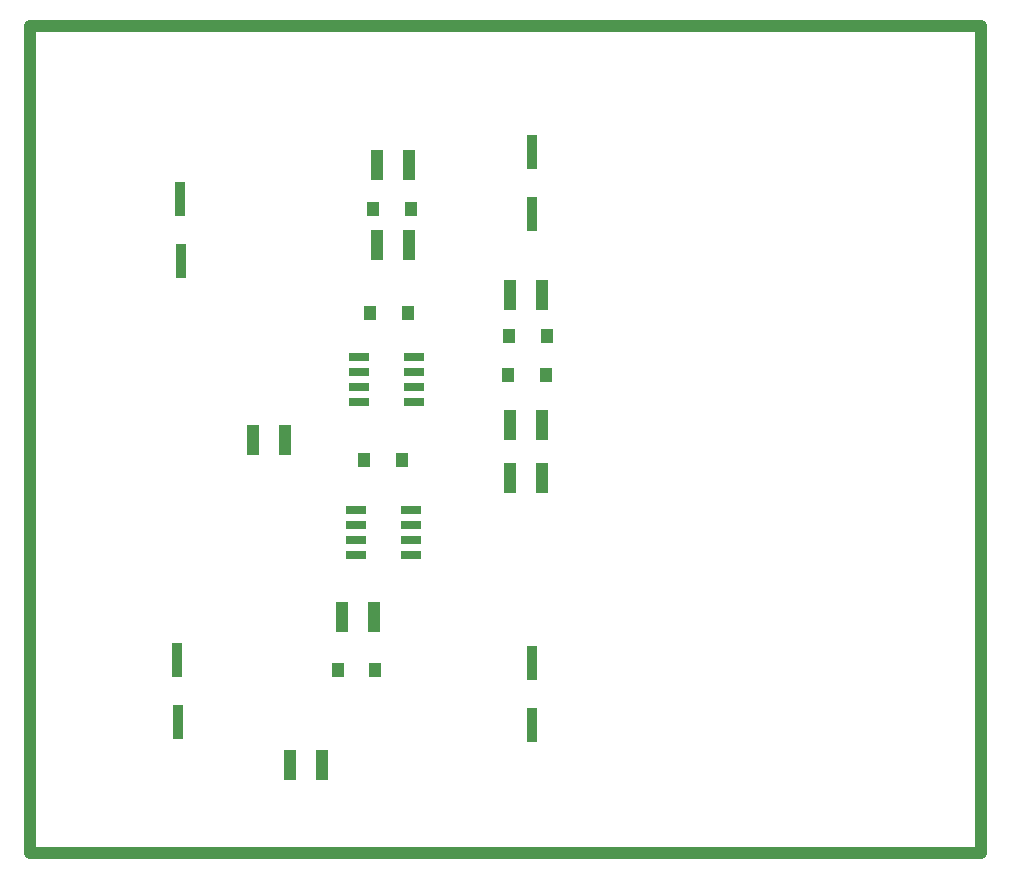
<source format=gtp>
G04*
G04 #@! TF.GenerationSoftware,Altium Limited,Altium Designer,20.0.12 (288)*
G04*
G04 Layer_Color=8421504*
%FSLAX44Y44*%
%MOMM*%
G71*
G01*
G75*
%ADD13C,1.0000*%
%ADD14R,1.1000X2.6000*%
%ADD15R,1.0000X1.2000*%
%ADD16R,0.9000X2.8500*%
%ADD17R,1.7800X0.7200*%
D13*
X0Y100000D02*
X805000D01*
X0Y800000D02*
X0Y100000D01*
X805000Y800000D02*
X805000Y100000D01*
X0Y800000D02*
X805000D01*
D14*
X216000Y450001D02*
D03*
X189000D02*
D03*
X406500Y417500D02*
D03*
X433500D02*
D03*
X406500Y572500D02*
D03*
X433500D02*
D03*
X294000Y615000D02*
D03*
X321001D02*
D03*
X264000Y300000D02*
D03*
X291000D02*
D03*
X321000Y682500D02*
D03*
X294000D02*
D03*
X433500Y462500D02*
D03*
X406500D02*
D03*
X247500Y175000D02*
D03*
X220500D02*
D03*
D15*
X437500Y537500D02*
D03*
X405500D02*
D03*
X322500Y645000D02*
D03*
X290500D02*
D03*
X292500Y255000D02*
D03*
X260500D02*
D03*
X320000Y557500D02*
D03*
X288000D02*
D03*
X405000Y505000D02*
D03*
X437000D02*
D03*
X315000Y432500D02*
D03*
X283000D02*
D03*
D16*
X424875Y261125D02*
D03*
X425125Y208875D02*
D03*
X425125Y641375D02*
D03*
X424875Y693625D02*
D03*
X127625Y601375D02*
D03*
X127375Y653625D02*
D03*
X125125Y211375D02*
D03*
X124875Y263625D02*
D03*
D17*
X278200Y520200D02*
D03*
Y507500D02*
D03*
Y494800D02*
D03*
Y482100D02*
D03*
X325000Y520200D02*
D03*
Y507500D02*
D03*
Y494800D02*
D03*
Y482100D02*
D03*
X275700Y390200D02*
D03*
Y377500D02*
D03*
Y364800D02*
D03*
Y352100D02*
D03*
X322500Y390200D02*
D03*
Y377500D02*
D03*
Y364800D02*
D03*
Y352100D02*
D03*
M02*

</source>
